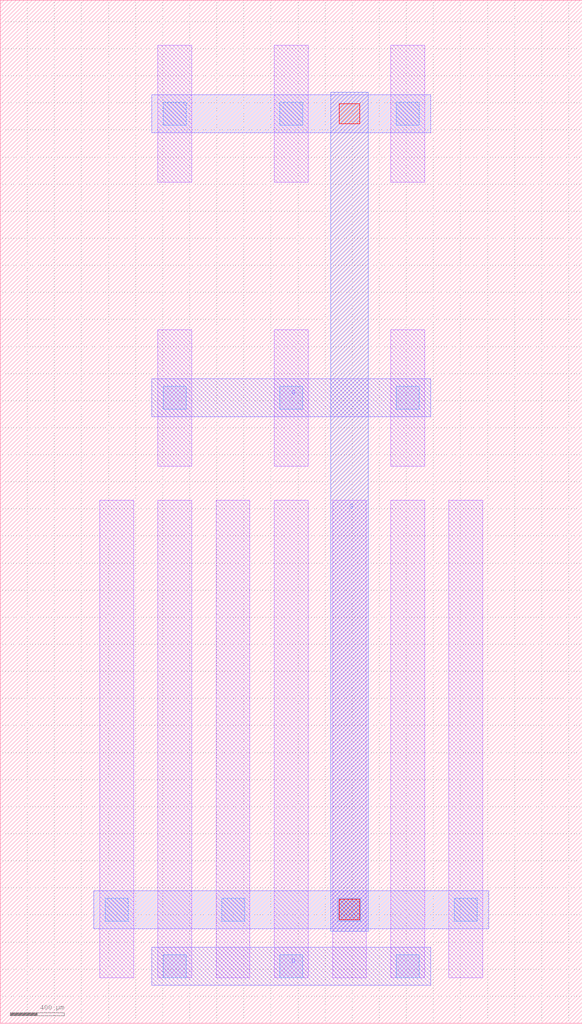
<source format=lef>
MACRO PMOS_S_55262173_X3_Y1
  UNITS 
    DATABASE MICRONS UNITS 1000;
  END UNITS 
  ORIGIN 0 0 ;
  FOREIGN PMOS_S_55262173_X3_Y1 0 0 ;
  SIZE 4300 BY 7560 ;
  PIN D
    DIRECTION INOUT ;
    USE SIGNAL ;
    PORT
      LAYER M2 ;
        RECT 1120 280 3180 560 ;
    END
  END D
  PIN G
    DIRECTION INOUT ;
    USE SIGNAL ;
    PORT
      LAYER M2 ;
        RECT 1120 4480 3180 4760 ;
    END
  END G
  PIN S
    DIRECTION INOUT ;
    USE SIGNAL ;
    PORT
      LAYER M3 ;
        RECT 2440 680 2720 6880 ;
    END
  END S
  OBS
    LAYER M1 ;
      RECT 1165 335 1415 3865 ;
    LAYER M1 ;
      RECT 1165 4115 1415 5125 ;
    LAYER M1 ;
      RECT 1165 6215 1415 7225 ;
    LAYER M1 ;
      RECT 735 335 985 3865 ;
    LAYER M1 ;
      RECT 1595 335 1845 3865 ;
    LAYER M1 ;
      RECT 2025 335 2275 3865 ;
    LAYER M1 ;
      RECT 2025 4115 2275 5125 ;
    LAYER M1 ;
      RECT 2025 6215 2275 7225 ;
    LAYER M1 ;
      RECT 2455 335 2705 3865 ;
    LAYER M1 ;
      RECT 2885 335 3135 3865 ;
    LAYER M1 ;
      RECT 2885 4115 3135 5125 ;
    LAYER M1 ;
      RECT 2885 6215 3135 7225 ;
    LAYER M1 ;
      RECT 3315 335 3565 3865 ;
    LAYER M2 ;
      RECT 690 700 3610 980 ;
    LAYER M2 ;
      RECT 1120 6580 3180 6860 ;
    LAYER V1 ;
      RECT 2925 335 3095 505 ;
    LAYER V1 ;
      RECT 2925 4535 3095 4705 ;
    LAYER V1 ;
      RECT 2925 6635 3095 6805 ;
    LAYER V1 ;
      RECT 1205 335 1375 505 ;
    LAYER V1 ;
      RECT 1205 4535 1375 4705 ;
    LAYER V1 ;
      RECT 1205 6635 1375 6805 ;
    LAYER V1 ;
      RECT 2065 335 2235 505 ;
    LAYER V1 ;
      RECT 2065 4535 2235 4705 ;
    LAYER V1 ;
      RECT 2065 6635 2235 6805 ;
    LAYER V1 ;
      RECT 3355 755 3525 925 ;
    LAYER V1 ;
      RECT 775 755 945 925 ;
    LAYER V1 ;
      RECT 1635 755 1805 925 ;
    LAYER V1 ;
      RECT 2495 755 2665 925 ;
    LAYER V2 ;
      RECT 2505 765 2655 915 ;
    LAYER V2 ;
      RECT 2505 6645 2655 6795 ;
  END
END PMOS_S_55262173_X3_Y1

</source>
